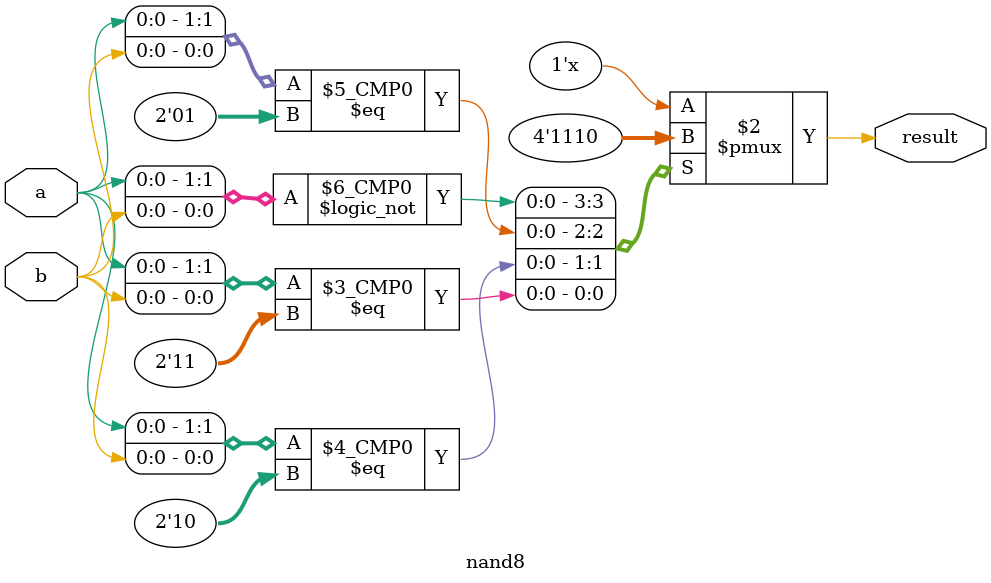
<source format=v>
module nand8 (
    input a,
    input b,
    output reg result
);

always @(*) begin
    case ({a, b})
        2'b00: result = 1;
        2'b01: result = 1;
        2'b10: result = 1;
        2'b11: result = 0;
    endcase
end

endmodule

</source>
